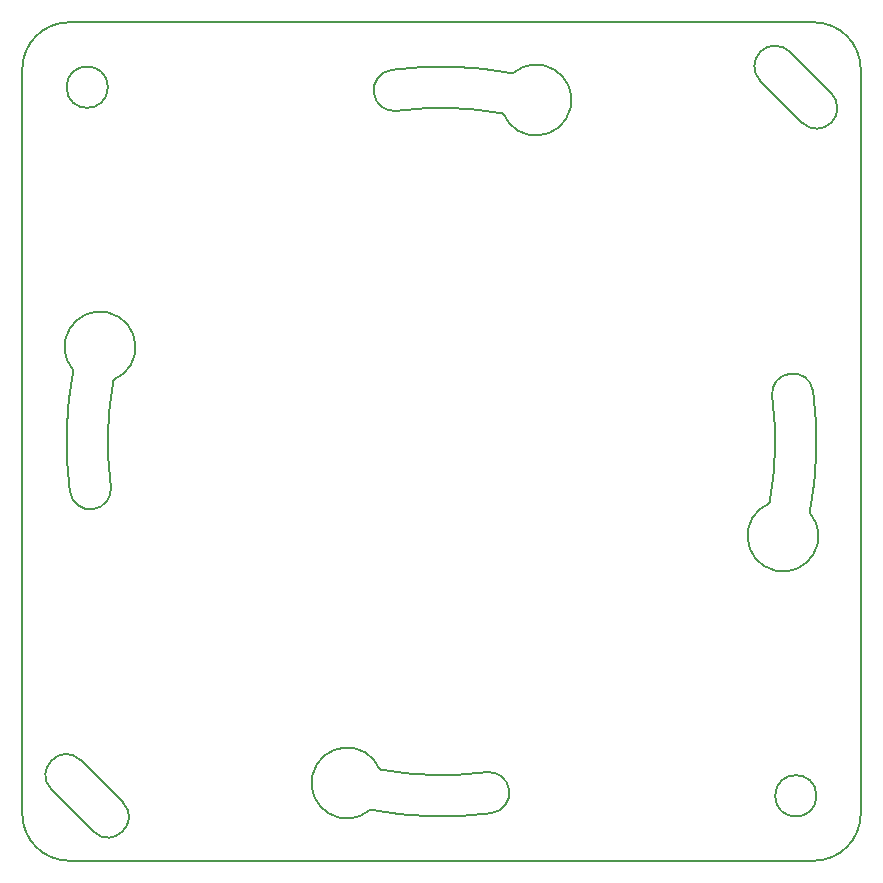
<source format=gbr>
%TF.GenerationSoftware,KiCad,Pcbnew,(5.1.6)-1*%
%TF.CreationDate,2022-02-08T04:05:35+01:00*%
%TF.ProjectId,Thermostat,54686572-6d6f-4737-9461-742e6b696361,rev?*%
%TF.SameCoordinates,Original*%
%TF.FileFunction,Profile,NP*%
%FSLAX46Y46*%
G04 Gerber Fmt 4.6, Leading zero omitted, Abs format (unit mm)*
G04 Created by KiCad (PCBNEW (5.1.6)-1) date 2022-02-08 04:05:35*
%MOMM*%
%LPD*%
G01*
G04 APERTURE LIST*
%TA.AperFunction,Profile*%
%ADD10C,0.200000*%
%TD*%
G04 APERTURE END LIST*
D10*
X103266667Y-97597763D02*
G75*
G02*
X94269996Y-97361656I-3766667J27997763D01*
G01*
X93473828Y-100772868D02*
G75*
G02*
X94269996Y-97361656I-1973828J2259204D01*
G01*
X127497762Y-65833335D02*
G75*
G02*
X130966512Y-65366667I1734375J233334D01*
G01*
X66494798Y-99069670D02*
G75*
G02*
X68969670Y-96594796I1237436J1237437D01*
G01*
X68969670Y-96594796D02*
X72505204Y-100130330D01*
X71250000Y-39600000D02*
G75*
G03*
X71250000Y-39600000I-1750000J0D01*
G01*
X131250000Y-99600000D02*
G75*
G03*
X131250000Y-99600000I-1750000J0D01*
G01*
X68327132Y-63573828D02*
G75*
G02*
X71738344Y-64369996I2259204J1973828D01*
G01*
X132505202Y-40130330D02*
G75*
G02*
X130030330Y-42605204I-1237436J-1237437D01*
G01*
X130966511Y-65366667D02*
G75*
G02*
X130672868Y-75626172I-31466511J-4233333D01*
G01*
X95733335Y-41602238D02*
G75*
G02*
X95266667Y-38133488I-233334J1734375D01*
G01*
X95266667Y-38133489D02*
G75*
G02*
X105526172Y-38427132I4233333J-31466511D01*
G01*
X71502238Y-73366665D02*
G75*
G02*
X68033488Y-73833333I-1734375J-233334D01*
G01*
X68033489Y-73833333D02*
G75*
G02*
X68327132Y-63573828I31466511J4233333D01*
G01*
X105526172Y-38427132D02*
G75*
G02*
X104730004Y-41838344I1973828J-2259204D01*
G01*
X103266665Y-97597762D02*
G75*
G02*
X103733333Y-101066512I233334J-1734375D01*
G01*
X127497763Y-65833333D02*
G75*
G02*
X127261656Y-74830004I-27997763J-3766667D01*
G01*
X130672868Y-75626172D02*
G75*
G02*
X127261656Y-74830004I-2259204J-1973828D01*
G01*
X126494797Y-39069671D02*
G75*
G02*
X128969669Y-36594797I1237436J1237437D01*
G01*
X128969669Y-36594797D02*
X132505203Y-40130331D01*
X130030330Y-42605204D02*
X126494796Y-39069670D01*
X103733333Y-101066511D02*
G75*
G02*
X93473828Y-100772868I-4233333J31466511D01*
G01*
X71502237Y-73366667D02*
G75*
G02*
X71738344Y-64369996I27997763J3766667D01*
G01*
X72505203Y-100130329D02*
G75*
G02*
X70030331Y-102605203I-1237436J-1237437D01*
G01*
X70030331Y-102605203D02*
X66494797Y-99069669D01*
X95733333Y-41602237D02*
G75*
G02*
X104730004Y-41838344I3766667J-27997763D01*
G01*
X135000000Y-101100000D02*
X135000000Y-38100001D01*
X68000001Y-105099999D02*
G75*
G02*
X64000000Y-101100000I-1J4000000D01*
G01*
X131000000Y-34100001D02*
G75*
G02*
X135000000Y-38100001I0J-4000000D01*
G01*
X135000000Y-101100000D02*
G75*
G02*
X131000000Y-105100000I-4000000J0D01*
G01*
X68000000Y-105100000D02*
X131000000Y-105100000D01*
X64000000Y-38100000D02*
G75*
G02*
X68000000Y-34100000I4000000J0D01*
G01*
X131000000Y-34100001D02*
X68000000Y-34100000D01*
X64000000Y-38100000D02*
X64000000Y-101100000D01*
M02*

</source>
